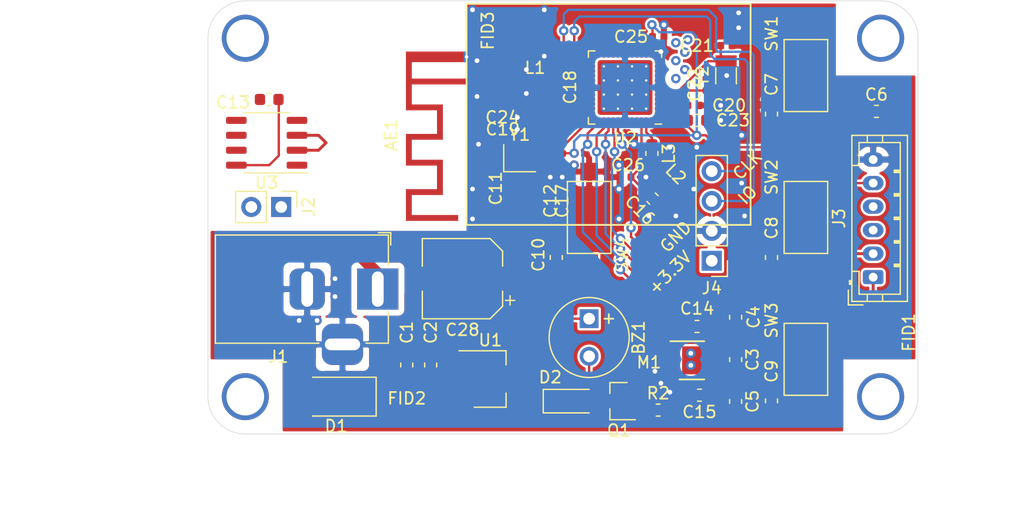
<source format=kicad_pcb>
(kicad_pcb (version 20171130) (host pcbnew "(5.1.5)-3")
  (layers (0 F.Cu signal) (31 B.Cu signal) (34 B.Paste user) (35 F.Paste user) (36 B.SilkS user) (37 F.SilkS user hide) (38 B.Mask user) (39 F.Mask user) (44 Edge.Cuts user))
  (net 0 "")
  (net 1 "Net-(BZ1-Pad2)")
  (net 2 "Net-(J2-Pad2)")
  (net 3 "Net-(J2-Pad1)")
  (net 4 "Net-(U2-Pad44)")
  (net 5 "Net-(U2-Pad43)")
  (net 6 "Net-(U2-Pad42)")
  (net 7 "Net-(U2-Pad29)")
  (net 8 "Net-(U2-Pad28)")
  (net 9 "Net-(U2-Pad27)")
  (net 10 "Net-(U2-Pad20)")
  (net 11 "Net-(U2-Pad19)")
  (net 12 "Net-(U2-Pad18)")
  (net 13 "Net-(U2-Pad17)")
  (net 14 "Net-(U2-Pad16)")
  (net 15 "Net-(U2-Pad15)")
  (net 16 "Net-(U2-Pad14)")
  (net 17 "Net-(U2-Pad6)")
  (net 18 "Net-(U2-Pad5)")
  (net 19 "Net-(U2-Pad4)")
  (net 20 GND)
  (net 21 VCC)
  (net 22 +3V3)
  (net 23 "Net-(D1-Pad2)")
  (net 24 MOTOR_2)
  (net 25 MOTOR_1)
  (net 26 BTN1)
  (net 27 BTN2)
  (net 28 BTN3)
  (net 29 BTN4)
  (net 30 "Net-(C11-Pad1)")
  (net 31 "Net-(C12-Pad1)")
  (net 32 ENC_A)
  (net 33 ENC_B)
  (net 34 "Net-(J4-Pad4)")
  (net 35 "Net-(J4-Pad3)")
  (net 36 MOTOR_ENB)
  (net 37 MOTOR_FAL)
  (net 38 MOTOR_DIR)
  (net 39 MOTOR_PWM)
  (net 40 "Net-(Q1-Pad1)")
  (net 41 BUZZER)
  (net 42 UART_RX)
  (net 43 UART_DE)
  (net 44 UART_TX)
  (net 45 "Net-(C16-Pad1)")
  (net 46 "Net-(C18-Pad1)")
  (net 47 "Net-(C19-Pad1)")
  (net 48 "Net-(C20-Pad1)")
  (net 49 "Net-(C21-Pad1)")
  (net 50 "Net-(C22-Pad1)")
  (net 51 "Net-(L2-Pad1)")
  (net 52 "Net-(L3-Pad1)")
  (net 53 "Net-(C24-Pad1)")
  (net 54 "Net-(AE1-Pad1)")
  (net 55 "Net-(U2-Pad24)")
  (module Crystal:Crystal_SMD_3215-2Pin_3.2x1.5mm (layer F.Cu) (at 152.6032 88.9308 90)
    (fp_text reference Y2 (at 0 -2 90) (layer F.SilkS))
    (fp_text value 32768Hz)
    (pad 2 smd rect (at -1.25 0 90) (size 1 1.8) (layers F.Cu F.Paste F.Mask) (net 50 "Net-(C22-Pad1)"))
    (pad 1 smd rect (at 1.25 0 90) (size 1 1.8) (layers F.Cu F.Paste F.Mask) (net 49 "Net-(C21-Pad1)"))
  )
  (module Crystal:Crystal_SMD_2016-4Pin_2.0x1.6mm (layer F.Cu) (at 135.063 95.927)
    (fp_text reference Y1 (at 0 -2) (layer F.SilkS))
    (fp_text value Crystal_GND24_Small)
    (pad 4 smd rect (at -0.7 -0.55) (size 0.9 0.8) (layers F.Cu F.Paste F.Mask) (net 20 GND))
    (pad 3 smd rect (at 0.7 -0.55) (size 0.9 0.8) (layers F.Cu F.Paste F.Mask) (net 31 "Net-(C12-Pad1)"))
    (pad 2 smd rect (at 0.7 0.55) (size 0.9 0.8) (layers F.Cu F.Paste F.Mask) (net 20 GND))
    (pad 1 smd rect (at -0.7 0.55) (size 0.9 0.8) (layers F.Cu F.Paste F.Mask) (net 30 "Net-(C11-Pad1)"))
  )
  (module Package_DFN_QFN:QFN-48-1EP_6x6mm_P0.4mm_EP4.66x4.66mm_ThermalVias (layer F.Cu) (at 144.018 89.916 180)
    (fp_text reference U2 (at 0 -4.3) (layer F.SilkS))
    (fp_text value nRF52810-QFxx)
    (pad 49 smd roundrect (at 0 0 180) (size 4.66 4.66) (layers F.Cu F.Mask) (roundrect_rratio 0.053648) (net 20 GND))
    (pad 49 thru_hole circle (at -1.8 -1.8 180) (size 0.5 0.5) (drill 0.2) (layers *.Cu) (net 20 GND))
    (pad 49 thru_hole circle (at -0.6 -1.8 180) (size 0.5 0.5) (drill 0.2) (layers *.Cu) (net 20 GND))
    (pad 49 thru_hole circle (at 0.6 -1.8 180) (size 0.5 0.5) (drill 0.2) (layers *.Cu) (net 20 GND))
    (pad 49 thru_hole circle (at 1.8 -1.8 180) (size 0.5 0.5) (drill 0.2) (layers *.Cu) (net 20 GND))
    (pad 49 thru_hole circle (at -1.8 -0.6 180) (size 0.5 0.5) (drill 0.2) (layers *.Cu) (net 20 GND))
    (pad 49 thru_hole circle (at -0.6 -0.6 180) (size 0.5 0.5) (drill 0.2) (layers *.Cu) (net 20 GND))
    (pad 49 thru_hole circle (at 0.6 -0.6 180) (size 0.5 0.5) (drill 0.2) (layers *.Cu) (net 20 GND))
    (pad 49 thru_hole circle (at 1.8 -0.6 180) (size 0.5 0.5) (drill 0.2) (layers *.Cu) (net 20 GND))
    (pad 49 thru_hole circle (at -1.8 0.6 180) (size 0.5 0.5) (drill 0.2) (layers *.Cu) (net 20 GND))
    (pad 49 thru_hole circle (at -0.6 0.6 180) (size 0.5 0.5) (drill 0.2) (layers *.Cu) (net 20 GND))
    (pad 49 thru_hole circle (at 0.6 0.6 180) (size 0.5 0.5) (drill 0.2) (layers *.Cu) (net 20 GND))
    (pad 49 thru_hole circle (at 1.8 0.6 180) (size 0.5 0.5) (drill 0.2) (layers *.Cu) (net 20 GND))
    (pad 49 thru_hole circle (at -1.8 1.8 180) (size 0.5 0.5) (drill 0.2) (layers *.Cu) (net 20 GND))
    (pad 49 thru_hole circle (at -0.6 1.8 180) (size 0.5 0.5) (drill 0.2) (layers *.Cu) (net 20 GND))
    (pad 49 thru_hole circle (at 0.6 1.8 180) (size 0.5 0.5) (drill 0.2) (layers *.Cu) (net 20 GND))
    (pad 49 thru_hole circle (at 1.8 1.8 180) (size 0.5 0.5) (drill 0.2) (layers *.Cu) (net 20 GND))
    (pad 49 smd roundrect (at 0 0 180) (size 4.1 4.1) (layers B.Cu) (roundrect_rratio 0.060976) (net 20 GND))
    (pad 1 smd roundrect (at -2.94 -2.2 180) (size 0.82 0.2) (layers F.Cu F.Paste F.Mask) (net 48 "Net-(C20-Pad1)"))
    (pad 2 smd roundrect (at -2.94 -1.8 180) (size 0.82 0.2) (layers F.Cu F.Paste F.Mask) (net 50 "Net-(C22-Pad1)"))
    (pad 3 smd roundrect (at -2.94 -1.4 180) (size 0.82 0.2) (layers F.Cu F.Paste F.Mask) (net 49 "Net-(C21-Pad1)"))
    (pad 4 smd roundrect (at -2.94 -1 180) (size 0.82 0.2) (layers F.Cu F.Paste F.Mask) (net 19 "Net-(U2-Pad4)"))
    (pad 5 smd roundrect (at -2.94 -0.6 180) (size 0.82 0.2) (layers F.Cu F.Paste F.Mask) (net 18 "Net-(U2-Pad5)"))
    (pad 6 smd roundrect (at -2.94 -0.2 180) (size 0.82 0.2) (layers F.Cu F.Paste F.Mask) (net 17 "Net-(U2-Pad6)"))
    (pad 7 smd roundrect (at -2.94 0.2 180) (size 0.82 0.2) (layers F.Cu F.Paste F.Mask) (net 29 BTN4))
    (pad 8 smd roundrect (at -2.94 0.6 180) (size 0.82 0.2) (layers F.Cu F.Paste F.Mask) (net 28 BTN3))
    (pad 9 smd roundrect (at -2.94 1 180) (size 0.82 0.2) (layers F.Cu F.Paste F.Mask) (net 27 BTN2))
    (pad 10 smd roundrect (at -2.94 1.4 180) (size 0.82 0.2) (layers F.Cu F.Paste F.Mask) (net 26 BTN1))
    (pad 11 smd roundrect (at -2.94 1.8 180) (size 0.82 0.2) (layers F.Cu F.Paste F.Mask) (net 33 ENC_B))
    (pad 12 smd roundrect (at -2.94 2.2 180) (size 0.82 0.2) (layers F.Cu F.Paste F.Mask) (net 32 ENC_A))
    (pad 13 smd roundrect (at -2.2 2.94 180) (size 0.2 0.82) (layers F.Cu F.Paste F.Mask) (net 22 +3V3))
    (pad 14 smd roundrect (at -1.8 2.94 180) (size 0.2 0.82) (layers F.Cu F.Paste F.Mask) (net 16 "Net-(U2-Pad14)"))
    (pad 15 smd roundrect (at -1.4 2.94 180) (size 0.2 0.82) (layers F.Cu F.Paste F.Mask) (net 15 "Net-(U2-Pad15)"))
    (pad 16 smd roundrect (at -1 2.94 180) (size 0.2 0.82) (layers F.Cu F.Paste F.Mask) (net 14 "Net-(U2-Pad16)"))
    (pad 17 smd roundrect (at -0.6 2.94 180) (size 0.2 0.82) (layers F.Cu F.Paste F.Mask) (net 13 "Net-(U2-Pad17)"))
    (pad 18 smd roundrect (at -0.2 2.94 180) (size 0.2 0.82) (layers F.Cu F.Paste F.Mask) (net 12 "Net-(U2-Pad18)"))
    (pad 19 smd roundrect (at 0.2 2.94 180) (size 0.2 0.82) (layers F.Cu F.Paste F.Mask) (net 11 "Net-(U2-Pad19)"))
    (pad 20 smd roundrect (at 0.6 2.94 180) (size 0.2 0.82) (layers F.Cu F.Paste F.Mask) (net 10 "Net-(U2-Pad20)"))
    (pad 21 smd roundrect (at 1 2.94 180) (size 0.2 0.82) (layers F.Cu F.Paste F.Mask) (net 42 UART_RX))
    (pad 22 smd roundrect (at 1.4 2.94 180) (size 0.2 0.82) (layers F.Cu F.Paste F.Mask) (net 43 UART_DE))
    (pad 23 smd roundrect (at 1.8 2.94 180) (size 0.2 0.82) (layers F.Cu F.Paste F.Mask) (net 44 UART_TX))
    (pad 24 smd roundrect (at 2.2 2.94 180) (size 0.2 0.82) (layers F.Cu F.Paste F.Mask) (net 55 "Net-(U2-Pad24)"))
    (pad 25 smd roundrect (at 2.94 2.2 180) (size 0.82 0.2) (layers F.Cu F.Paste F.Mask) (net 34 "Net-(J4-Pad4)"))
    (pad 26 smd roundrect (at 2.94 1.8 180) (size 0.82 0.2) (layers F.Cu F.Paste F.Mask) (net 35 "Net-(J4-Pad3)"))
    (pad 27 smd roundrect (at 2.94 1.4 180) (size 0.82 0.2) (layers F.Cu F.Paste F.Mask) (net 9 "Net-(U2-Pad27)"))
    (pad 28 smd roundrect (at 2.94 1 180) (size 0.82 0.2) (layers F.Cu F.Paste F.Mask) (net 8 "Net-(U2-Pad28)"))
    (pad 29 smd roundrect (at 2.94 0.6 180) (size 0.82 0.2) (layers F.Cu F.Paste F.Mask) (net 7 "Net-(U2-Pad29)"))
    (pad 30 smd roundrect (at 2.94 0.2 180) (size 0.82 0.2) (layers F.Cu F.Paste F.Mask) (net 46 "Net-(C18-Pad1)"))
    (pad 31 smd roundrect (at 2.94 -0.2 180) (size 0.82 0.2) (layers F.Cu F.Paste F.Mask) (net 20 GND))
    (pad 32 smd roundrect (at 2.94 -0.6 180) (size 0.82 0.2) (layers F.Cu F.Paste F.Mask) (net 53 "Net-(C24-Pad1)"))
    (pad 33 smd roundrect (at 2.94 -1 180) (size 0.82 0.2) (layers F.Cu F.Paste F.Mask) (net 47 "Net-(C19-Pad1)"))
    (pad 34 smd roundrect (at 2.94 -1.4 180) (size 0.82 0.2) (layers F.Cu F.Paste F.Mask) (net 30 "Net-(C11-Pad1)"))
    (pad 35 smd roundrect (at 2.94 -1.8 180) (size 0.82 0.2) (layers F.Cu F.Paste F.Mask) (net 31 "Net-(C12-Pad1)"))
    (pad 36 smd roundrect (at 2.94 -2.2 180) (size 0.82 0.2) (layers F.Cu F.Paste F.Mask) (net 22 +3V3))
    (pad 37 smd roundrect (at 2.2 -2.94 180) (size 0.2 0.82) (layers F.Cu F.Paste F.Mask) (net 41 BUZZER))
    (pad 38 smd roundrect (at 1.8 -2.94 180) (size 0.2 0.82) (layers F.Cu F.Paste F.Mask) (net 36 MOTOR_ENB))
    (pad 39 smd roundrect (at 1.4 -2.94 180) (size 0.2 0.82) (layers F.Cu F.Paste F.Mask) (net 37 MOTOR_FAL))
    (pad 40 smd roundrect (at 1 -2.94 180) (size 0.2 0.82) (layers F.Cu F.Paste F.Mask) (net 38 MOTOR_DIR))
    (pad 41 smd roundrect (at 0.6 -2.94 180) (size 0.2 0.82) (layers F.Cu F.Paste F.Mask) (net 39 MOTOR_PWM))
    (pad 42 smd roundrect (at 0.2 -2.94 180) (size 0.2 0.82) (layers F.Cu F.Paste F.Mask) (net 6 "Net-(U2-Pad42)"))
    (pad 43 smd roundrect (at -0.2 -2.94 180) (size 0.2 0.82) (layers F.Cu F.Paste F.Mask) (net 5 "Net-(U2-Pad43)"))
    (pad 44 smd roundrect (at -0.6 -2.94 180) (size 0.2 0.82) (layers F.Cu F.Paste F.Mask) (net 4 "Net-(U2-Pad44)"))
    (pad 45 smd roundrect (at -1 -2.94 180) (size 0.2 0.82) (layers F.Cu F.Paste F.Mask) (net 20 GND))
    (pad 46 smd roundrect (at -1.4 -2.94 180) (size 0.2 0.82) (layers F.Cu F.Paste F.Mask) (net 45 "Net-(C16-Pad1)"))
    (pad 47 smd roundrect (at -1.8 -2.94 180) (size 0.2 0.82) (layers F.Cu F.Paste F.Mask) (net 52 "Net-(L3-Pad1)"))
    (pad 48 smd roundrect (at -2.2 -2.94 180) (size 0.2 0.82) (layers F.Cu F.Paste F.Mask) (net 22 +3V3))
  )
  (module Buzzer_Beeper:MagneticBuzzer_Kingstate_KCG0601 (layer F.Cu) (at 140.97 109.576 270)
    (fp_text reference BZ1 (at 1.6 -4.2 90) (layer F.SilkS))
    (fp_text value Buzzer)
    (fp_text user + (at 0 -1.6 90) (layer F.SilkS))
    (pad 2 thru_hole circle (at 3.2 0 270) (size 1.6 1.6) (drill 1) (layers *.Cu *.Mask) (net 1 "Net-(BZ1-Pad2)"))
    (pad 1 thru_hole rect (at 0 0 270) (size 1.6 1.6) (drill 1) (layers *.Cu *.Mask) (net 22 +3V3))
  )
  (module Resistor_SMD:R_0402_1005Metric (layer F.Cu) (at 136.375 89.408)
    (fp_text reference L1 (at 0 -1.17) (layer F.SilkS))
    (fp_text value 3.9nH)
    (pad 2 smd roundrect (at 0.485 0) (size 0.59 0.64) (layers F.Cu F.Paste F.Mask) (net 46 "Net-(C18-Pad1)"))
    (pad 1 smd roundrect (at -0.485 0) (size 0.59 0.64) (layers F.Cu F.Paste F.Mask) (net 54 "Net-(AE1-Pad1)"))
  )
  (module Capacitor_SMD:C_0402_1005Metric (layer F.Cu) (at 138.176 89.893 270)
    (fp_text reference C18 (at 0 -1.17 90) (layer F.SilkS))
    (fp_text value 0.8pF)
    (pad 2 smd roundrect (at 0.485 0 270) (size 0.59 0.64) (layers F.Cu F.Paste F.Mask) (net 20 GND))
    (pad 1 smd roundrect (at -0.485 0 270) (size 0.59 0.64) (layers F.Cu F.Paste F.Mask) (net 46 "Net-(C18-Pad1)"))
  )
  (module RF_Antenna:Texas_SWRA117D_2.4GHz_Left (layer F.Cu) (at 130.556 89.408 90)
    (fp_text reference AE1 (at -4.55 -6.41 90) (layer F.SilkS))
    (fp_text value Antenna_Shield)
    (fp_poly (pts (xy -2.45 -2.51) (xy -4.45 -2.51) (xy -4.45 -5.15) (xy -7.15 -5.15) (xy -7.15 -2.51) (xy -9.15 -2.51) (xy -9.15 -5.15) (xy -11.85 -5.15) (xy -11.85 -0.71) (xy -11.35 -0.71) (xy -11.35 -4.65) (xy -9.65 -4.65) (xy -9.65 -2.01) (xy -6.65 -2.01) (xy -6.65 -4.65) (xy -4.95 -4.65) (xy -4.95 -2.01) (xy -1.95 -2.01) (xy -1.95 -4.65) (xy -0.25 -4.65) (xy -0.25 0.25) (xy 0.25 0.25) (xy 0.25 -4.65) (xy 1.65 -4.65) (xy 1.65 0.25) (xy 2.55 0.25) (xy 2.55 0.006785) (xy 2.247583 0.006785) (xy 2.237742 0.054395) (xy 2.213674 0.096797) (xy 2.175731 0.129581) (xy 2.167819 0.133935) (xy 2.125156 0.146043) (xy 2.076637 0.1453) (xy 2.031122 0.1324) (xy 2.012511 0.121787) (xy 1.978868 0.086553) (xy 1.958309 0.041368) (xy 1.951778 -0.008158) (xy 1.960218 -0.056417) (xy 1.977112 -0.088643) (xy 2.012372 -0.121313) (xy 2.057682 -0.141408) (xy 2.107267 -0.147982) (xy 2.155353 -0.140092) (xy 2.188245 -0.123186) (xy 2.223185 -0.086416) (xy 2.242847 -0.041622) (xy 2.247583 0.006785) (xy 2.55 0.006785) (xy 2.55 -5.15) (xy -2.45 -5.15) (xy -2.45 -2.51)) (layer F.Cu) (width 0))
    (pad 1 connect rect (at 0 0 90) (size 0.5 0.5) (layers F.Cu) (net 54 "Net-(AE1-Pad1)"))
    (pad 2 thru_hole rect (at 2.1 0 90) (size 0.9 0.5) (drill 0.3) (layers *.Cu) (net 20 GND))
  )
  (module Capacitor_SMD:CP_Elec_6.3x7.7 (layer F.Cu) (at 130.208 106.172 180)
    (fp_text reference C28 (at 0 -4.35) (layer F.SilkS))
    (fp_text value 220uF)
    (pad 2 smd roundrect (at 2.7 0 180) (size 3.5 1.6) (layers F.Cu F.Paste F.Mask) (roundrect_rratio 0.15625) (net 20 GND))
    (pad 1 smd roundrect (at -2.7 0 180) (size 3.5 1.6) (layers F.Cu F.Paste F.Mask) (roundrect_rratio 0.15625) (net 22 +3V3))
  )
  (module Package_SO:SO-8_3.9x4.9mm_P1.27mm (layer F.Cu) (at 113.573 94.615 180)
    (fp_text reference U3 (at 0 -3.4) (layer F.SilkS))
    (fp_text value SN65HVD10QDREP)
    (pad 8 smd roundrect (at 2.575 -1.905 180) (size 1.75 0.6) (layers F.Cu F.Paste F.Mask) (net 22 +3V3))
    (pad 7 smd roundrect (at 2.575 -0.635 180) (size 1.75 0.6) (layers F.Cu F.Paste F.Mask) (net 2 "Net-(J2-Pad2)"))
    (pad 6 smd roundrect (at 2.575 0.635 180) (size 1.75 0.6) (layers F.Cu F.Paste F.Mask) (net 3 "Net-(J2-Pad1)"))
    (pad 5 smd roundrect (at 2.575 1.905 180) (size 1.75 0.6) (layers F.Cu F.Paste F.Mask) (net 20 GND))
    (pad 4 smd roundrect (at -2.575 1.905 180) (size 1.75 0.6) (layers F.Cu F.Paste F.Mask) (net 42 UART_RX))
    (pad 3 smd roundrect (at -2.575 0.635 180) (size 1.75 0.6) (layers F.Cu F.Paste F.Mask) (net 43 UART_DE))
    (pad 2 smd roundrect (at -2.575 -0.635 180) (size 1.75 0.6) (layers F.Cu F.Paste F.Mask) (net 43 UART_DE))
    (pad 1 smd roundrect (at -2.575 -1.905 180) (size 1.75 0.6) (layers F.Cu F.Paste F.Mask) (net 44 UART_TX))
  )
  (module Connector_PinHeader_2.54mm:PinHeader_1x04_P2.54mm_Vertical (layer F.Cu) (at 151.384 104.648 180)
    (fp_text reference J4 (at 0 -2.33) (layer F.SilkS))
    (fp_text value PRG)
    (pad 4 thru_hole oval (at 0 7.62 180) (size 1.7 1.7) (drill 1) (layers *.Cu *.Mask) (net 34 "Net-(J4-Pad4)"))
    (pad 3 thru_hole oval (at 0 5.08 180) (size 1.7 1.7) (drill 1) (layers *.Cu *.Mask) (net 35 "Net-(J4-Pad3)"))
    (pad 2 thru_hole oval (at 0 2.54 180) (size 1.7 1.7) (drill 1) (layers *.Cu *.Mask) (net 20 GND))
    (pad 1 thru_hole rect (at 0 0 180) (size 1.7 1.7) (drill 1) (layers *.Cu *.Mask) (net 22 +3V3))
  )
  (module Capacitor_SMD:C_0402_1005Metric (layer F.Cu) (at 144.041 97.536 180)
    (fp_text reference C26 (at -0.231 1.016) (layer F.SilkS))
    (fp_text value 1pF)
    (pad 1 smd roundrect (at -0.485 0 180) (size 0.59 0.64) (layers F.Cu F.Paste F.Mask) (net 45 "Net-(C16-Pad1)"))
    (pad 2 smd roundrect (at 0.485 0 180) (size 0.59 0.64) (layers F.Cu F.Paste F.Mask) (net 20 GND))
  )
  (module Capacitor_SMD:C_0603_1608Metric (layer F.Cu) (at 150.1395 92.71)
    (fp_text reference C23 (at 3.048 0) (layer F.SilkS))
    (fp_text value 100nF)
    (pad 1 smd roundrect (at -0.7875 0) (size 0.875 0.95) (layers F.Cu F.Paste F.Mask) (net 22 +3V3))
    (pad 2 smd roundrect (at 0.7875 0) (size 0.875 0.95) (layers F.Cu F.Paste F.Mask) (net 20 GND))
  )
  (module Capacitor_SMD:C_0402_1005Metric (layer F.Cu) (at 149.837 91.44)
    (fp_text reference C20 (at 3.025 0) (layer F.SilkS))
    (fp_text value 100nF)
    (pad 1 smd roundrect (at -0.485 0) (size 0.59 0.64) (layers F.Cu F.Paste F.Mask) (net 48 "Net-(C20-Pad1)"))
    (pad 2 smd roundrect (at 0.485 0) (size 0.59 0.64) (layers F.Cu F.Paste F.Mask) (net 20 GND))
  )
  (module Capacitor_SMD:C_0402_1005Metric (layer F.Cu) (at 150.9268 89.6898 90)
    (fp_text reference C22 (at 0 -1.016 90) (layer F.SilkS))
    (fp_text value 12pF)
    (pad 1 smd roundrect (at -0.485 0 90) (size 0.59 0.64) (layers F.Cu F.Paste F.Mask) (net 50 "Net-(C22-Pad1)"))
    (pad 2 smd roundrect (at 0.485 0 90) (size 0.59 0.64) (layers F.Cu F.Paste F.Mask) (net 20 GND))
  )
  (module Capacitor_SMD:C_0402_1005Metric (layer F.Cu) (at 152.631 86.36)
    (fp_text reference C21 (at -2.517 0) (layer F.SilkS))
    (fp_text value 12pF)
    (pad 1 smd roundrect (at -0.485 0) (size 0.59 0.64) (layers F.Cu F.Paste F.Mask) (net 49 "Net-(C21-Pad1)"))
    (pad 2 smd roundrect (at 0.485 0) (size 0.59 0.64) (layers F.Cu F.Paste F.Mask) (net 20 GND))
  )
  (module Capacitor_SMD:C_0402_1005Metric (layer F.Cu) (at 146.835 85.598)
    (fp_text reference C25 (at -2.309 0) (layer F.SilkS))
    (fp_text value 100nF)
    (pad 1 smd roundrect (at -0.485 0) (size 0.59 0.64) (layers F.Cu F.Paste F.Mask) (net 22 +3V3))
    (pad 2 smd roundrect (at 0.485 0) (size 0.59 0.64) (layers F.Cu F.Paste F.Mask) (net 20 GND))
  )
  (module Capacitor_SMD:C_0402_1005Metric (layer F.Cu) (at 136.421 92.456 180)
    (fp_text reference C24 (at 2.817 0) (layer F.SilkS))
    (fp_text value 100nF)
    (pad 1 smd roundrect (at -0.485 0 180) (size 0.59 0.64) (layers F.Cu F.Paste F.Mask) (net 53 "Net-(C24-Pad1)"))
    (pad 2 smd roundrect (at 0.485 0 180) (size 0.59 0.64) (layers F.Cu F.Paste F.Mask) (net 20 GND))
  )
  (module Capacitor_SMD:C_0402_1005Metric (layer F.Cu) (at 136.421 93.472 180)
    (fp_text reference C19 (at 2.794 0) (layer F.SilkS))
    (fp_text value 100pF)
    (pad 1 smd roundrect (at -0.485 0 180) (size 0.59 0.64) (layers F.Cu F.Paste F.Mask) (net 47 "Net-(C19-Pad1)"))
    (pad 2 smd roundrect (at 0.485 0 180) (size 0.59 0.64) (layers F.Cu F.Paste F.Mask) (net 20 GND))
  )
  (module Capacitor_SMD:C_0402_1005Metric (layer F.Cu) (at 138.684 96.012 270)
    (fp_text reference C17 (at 3.556 0 90) (layer F.SilkS))
    (fp_text value 100nF)
    (pad 1 smd roundrect (at -0.485 0 270) (size 0.59 0.64) (layers F.Cu F.Paste F.Mask) (net 22 +3V3))
    (pad 2 smd roundrect (at 0.485 0 270) (size 0.59 0.64) (layers F.Cu F.Paste F.Mask) (net 20 GND))
  )
  (module Capacitor_SMD:C_0402_1005Metric (layer F.Cu) (at 137.668 96.012 270)
    (fp_text reference C12 (at 3.556 0 90) (layer F.SilkS))
    (fp_text value 12pF)
    (pad 1 smd roundrect (at -0.485 0 270) (size 0.59 0.64) (layers F.Cu F.Paste F.Mask) (net 31 "Net-(C12-Pad1)"))
    (pad 2 smd roundrect (at 0.485 0 270) (size 0.59 0.64) (layers F.Cu F.Paste F.Mask) (net 20 GND))
  )
  (module Capacitor_SMD:C_0402_1005Metric (layer F.Cu) (at 133.0325 95.9255 90)
    (fp_text reference C11 (at -2.563 0 90) (layer F.SilkS))
    (fp_text value 12pF)
    (pad 1 smd roundrect (at -0.485 0 90) (size 0.59 0.64) (layers F.Cu F.Paste F.Mask) (net 30 "Net-(C11-Pad1)"))
    (pad 2 smd roundrect (at 0.485 0 90) (size 0.59 0.64) (layers F.Cu F.Paste F.Mask) (net 20 GND))
  )
  (module Capacitor_SMD:C_0402_1005Metric (layer F.Cu) (at 147.485053 98.120106 315)
    (fp_text reference L2 (at 0.00908 -1.194341 135) (layer F.SilkS))
    (fp_text value 2.2nH)
    (pad 1 smd roundrect (at -0.485 0 315) (size 0.59 0.64) (layers F.Cu F.Paste F.Mask) (net 51 "Net-(L2-Pad1)"))
    (pad 2 smd roundrect (at 0.485 0 315) (size 0.59 0.64) (layers F.Cu F.Paste F.Mask) (net 45 "Net-(C16-Pad1)"))
  )
  (module Fiducial:Fiducial_0.5mm_Mask1mm (layer F.Cu) (at 133.858 85.09 90)
    (fp_text reference FID3 (at 0 -1.5 90) (layer F.SilkS))
    (fp_text value Fiducial)
    (pad "" smd circle (at 0 0 90) (size 0.5 0.5) (layers F.Cu F.Mask) (clearance 0.25))
  )
  (module Fiducial:Fiducial_0.5mm_Mask1mm (layer F.Cu) (at 125.476 117.856)
    (fp_text reference FID2 (at 0 -1.5) (layer F.SilkS))
    (fp_text value Fiducial)
    (pad "" smd circle (at 0 0) (size 0.5 0.5) (layers F.Cu F.Mask) (clearance 0.25))
  )
  (module Fiducial:Fiducial_0.5mm_Mask1mm (layer F.Cu) (at 166.624 110.744 270)
    (fp_text reference FID1 (at 0 -1.5 90) (layer F.SilkS))
    (fp_text value Fiducial)
    (pad "" smd circle (at 0 0 270) (size 0.5 0.5) (layers F.Cu F.Mask) (clearance 0.25))
  )
  (module Connector_BarrelJack:BarrelJack_Horizontal (layer F.Cu) (at 123.015 107.06)
    (fp_text reference J1 (at -8.45 5.75) (layer F.SilkS))
    (fp_text value POWER)
    (pad 3 thru_hole roundrect (at -3 4.7) (size 3.5 3.5) (drill oval 3 1) (layers *.Cu *.Mask) (net 20 GND))
    (pad 2 thru_hole roundrect (at -6 0) (size 3 3.5) (drill oval 1 3) (layers *.Cu *.Mask) (net 20 GND))
    (pad 1 thru_hole rect (at 0 0) (size 3.5 3.5) (drill oval 1 3) (layers *.Cu *.Mask) (net 23 "Net-(D1-Pad2)"))
  )
  (module Resistor_SMD:R_0603_1608Metric (layer F.Cu) (at 146.8375 117.348)
    (fp_text reference R2 (at 0 -1.43) (layer F.SilkS))
    (fp_text value 4.7K)
    (pad 2 smd roundrect (at 0.7875 0) (size 0.875 0.95) (layers F.Cu F.Paste F.Mask) (net 41 BUZZER))
    (pad 1 smd roundrect (at -0.7875 0) (size 0.875 0.95) (layers F.Cu F.Paste F.Mask) (net 40 "Net-(Q1-Pad1)"))
  )
  (module Package_TO_SOT_SMD:SOT-23 (layer F.Cu) (at 143.494 116.586 180)
    (fp_text reference Q1 (at 0 -2.5) (layer F.SilkS))
    (fp_text value BC847)
    (pad 3 smd rect (at 1 0 180) (size 0.9 0.8) (layers F.Cu F.Paste F.Mask) (net 1 "Net-(BZ1-Pad2)"))
    (pad 2 smd rect (at -1 0.95 180) (size 0.9 0.8) (layers F.Cu F.Paste F.Mask) (net 20 GND))
    (pad 1 smd rect (at -1 -0.95 180) (size 0.9 0.8) (layers F.Cu F.Paste F.Mask) (net 40 "Net-(Q1-Pad1)"))
  )
  (module Capacitor_SMD:C_0603_1608Metric (layer F.Cu) (at 146.304 95.5295 270)
    (fp_text reference L3 (at 0 -1.43 90) (layer F.SilkS))
    (fp_text value 10uH)
    (pad 1 smd roundrect (at -0.7875 0 270) (size 0.875 0.95) (layers F.Cu F.Paste F.Mask) (net 52 "Net-(L3-Pad1)"))
    (pad 2 smd roundrect (at 0.7875 0 270) (size 0.875 0.95) (layers F.Cu F.Paste F.Mask) (net 51 "Net-(L2-Pad1)"))
  )
  (module Capacitor_SMD:C_0603_1608Metric (layer F.Cu) (at 146.352847 99.362847 315)
    (fp_text reference C16 (at -0.06908 1.436841 135) (layer F.SilkS))
    (fp_text value 1uF)
    (pad 1 smd roundrect (at -0.7875 0 315) (size 0.875 0.95) (layers F.Cu F.Paste F.Mask) (net 45 "Net-(C16-Pad1)"))
    (pad 2 smd roundrect (at 0.7875 0 315) (size 0.875 0.95) (layers F.Cu F.Paste F.Mask) (net 20 GND))
  )
  (module Capacitor_SMD:C_0603_1608Metric (layer F.Cu) (at 150.3425 116.078 180)
    (fp_text reference C15 (at 0 -1.43) (layer F.SilkS))
    (fp_text value 100nF)
    (pad 2 smd roundrect (at 0.7875 0 180) (size 0.875 0.95) (layers F.Cu F.Paste F.Mask) (net 20 GND))
    (pad 1 smd roundrect (at -0.7875 0 180) (size 0.875 0.95) (layers F.Cu F.Paste F.Mask) (net 22 +3V3))
  )
  (module Capacitor_SMD:C_0603_1608Metric (layer F.Cu) (at 150.1395 110.236 180)
    (fp_text reference C14 (at 0 1.524) (layer F.SilkS))
    (fp_text value 100nF)
    (pad 2 smd roundrect (at 0.7875 0 180) (size 0.875 0.95) (layers F.Cu F.Paste F.Mask) (net 20 GND))
    (pad 1 smd roundrect (at -0.7875 0 180) (size 0.875 0.95) (layers F.Cu F.Paste F.Mask) (net 21 VCC))
  )
  (module Capacitor_SMD:C_0603_1608Metric (layer F.Cu) (at 113.792 90.932 180)
    (fp_text reference C13 (at 3.0735 -0.254) (layer F.SilkS))
    (fp_text value 100nF)
    (pad 2 smd roundrect (at 0.7875 0 180) (size 0.875 0.95) (layers F.Cu F.Paste F.Mask) (net 20 GND))
    (pad 1 smd roundrect (at -0.7875 0 180) (size 0.875 0.95) (layers F.Cu F.Paste F.Mask) (net 22 +3V3))
  )
  (module Capacitor_SMD:C_0603_1608Metric (layer F.Cu) (at 138.176 104.3685 90)
    (fp_text reference C10 (at 0.2285 -1.524 90) (layer F.SilkS))
    (fp_text value 22nF)
    (pad 2 smd roundrect (at 0.7875 0 90) (size 0.875 0.95) (layers F.Cu F.Paste F.Mask) (net 20 GND))
    (pad 1 smd roundrect (at -0.7875 0 90) (size 0.875 0.95) (layers F.Cu F.Paste F.Mask) (net 29 BTN4))
  )
  (module Capacitor_SMD:C_0603_1608Metric (layer F.Cu) (at 156.464 116.5605 90)
    (fp_text reference C9 (at 2.5145 0 90) (layer F.SilkS))
    (fp_text value 22nF)
    (pad 2 smd roundrect (at 0.7875 0 90) (size 0.875 0.95) (layers F.Cu F.Paste F.Mask) (net 20 GND))
    (pad 1 smd roundrect (at -0.7875 0 90) (size 0.875 0.95) (layers F.Cu F.Paste F.Mask) (net 28 BTN3))
  )
  (module Capacitor_SMD:C_0603_1608Metric (layer F.Cu) (at 156.464 104.3685 90)
    (fp_text reference C8 (at 2.5145 0 90) (layer F.SilkS))
    (fp_text value 22nF)
    (pad 2 smd roundrect (at 0.7875 0 90) (size 0.875 0.95) (layers F.Cu F.Paste F.Mask) (net 20 GND))
    (pad 1 smd roundrect (at -0.7875 0 90) (size 0.875 0.95) (layers F.Cu F.Paste F.Mask) (net 27 BTN2))
  )
  (module Capacitor_SMD:C_0603_1608Metric (layer F.Cu) (at 156.464 92.1765 90)
    (fp_text reference C7 (at 2.5145 0 90) (layer F.SilkS))
    (fp_text value 22nF)
    (pad 2 smd roundrect (at 0.7875 0 90) (size 0.875 0.95) (layers F.Cu F.Paste F.Mask) (net 20 GND))
    (pad 1 smd roundrect (at -0.7875 0 90) (size 0.875 0.95) (layers F.Cu F.Paste F.Mask) (net 26 BTN1))
  )
  (module Capacitor_SMD:C_0603_1608Metric (layer F.Cu) (at 165.3795 91.948)
    (fp_text reference C6 (at 0 -1.43) (layer F.SilkS))
    (fp_text value 100nF)
    (pad 2 smd roundrect (at 0.7875 0) (size 0.875 0.95) (layers F.Cu F.Paste F.Mask) (net 20 GND))
    (pad 1 smd roundrect (at -0.7875 0) (size 0.875 0.95) (layers F.Cu F.Paste F.Mask) (net 22 +3V3))
  )
  (module Capacitor_SMD:C_0603_1608Metric (layer F.Cu) (at 153.416 116.6115 270)
    (fp_text reference C5 (at 0 -1.43 90) (layer F.SilkS))
    (fp_text value 100nF)
    (pad 2 smd roundrect (at 0.7875 0 270) (size 0.875 0.95) (layers F.Cu F.Paste F.Mask) (net 20 GND))
    (pad 1 smd roundrect (at -0.7875 0 270) (size 0.875 0.95) (layers F.Cu F.Paste F.Mask) (net 24 MOTOR_2))
  )
  (module Capacitor_SMD:C_0603_1608Metric (layer F.Cu) (at 153.416 109.4485 90)
    (fp_text reference C4 (at 0 1.524 90) (layer F.SilkS))
    (fp_text value 100nF)
    (pad 2 smd roundrect (at 0.7875 0 90) (size 0.875 0.95) (layers F.Cu F.Paste F.Mask) (net 20 GND))
    (pad 1 smd roundrect (at -0.7875 0 90) (size 0.875 0.95) (layers F.Cu F.Paste F.Mask) (net 25 MOTOR_1))
  )
  (module Capacitor_SMD:C_0603_1608Metric (layer F.Cu) (at 153.416 113.0555 270)
    (fp_text reference C3 (at 0 -1.43 90) (layer F.SilkS))
    (fp_text value 100nF)
    (pad 2 smd roundrect (at 0.7875 0 270) (size 0.875 0.95) (layers F.Cu F.Paste F.Mask) (net 24 MOTOR_2))
    (pad 1 smd roundrect (at -0.7875 0 270) (size 0.875 0.95) (layers F.Cu F.Paste F.Mask) (net 25 MOTOR_1))
  )
  (module Capacitor_SMD:C_0603_1608Metric (layer F.Cu) (at 127.508 113.5125 90)
    (fp_text reference C2 (at 2.7685 0 90) (layer F.SilkS))
    (fp_text value 100nF)
    (pad 2 smd roundrect (at 0.7875 0 90) (size 0.875 0.95) (layers F.Cu F.Paste F.Mask) (net 20 GND))
    (pad 1 smd roundrect (at -0.7875 0 90) (size 0.875 0.95) (layers F.Cu F.Paste F.Mask) (net 22 +3V3))
  )
  (module Capacitor_SMD:C_0603_1608Metric (layer F.Cu) (at 125.476 113.5125 90)
    (fp_text reference C1 (at 2.7685 0 90) (layer F.SilkS))
    (fp_text value 100nF)
    (pad 2 smd roundrect (at 0.7875 0 90) (size 0.875 0.95) (layers F.Cu F.Paste F.Mask) (net 20 GND))
    (pad 1 smd roundrect (at -0.7875 0 90) (size 0.875 0.95) (layers F.Cu F.Paste F.Mask) (net 21 VCC))
  )
  (module Diode_SMD:D_SOD-123 (layer F.Cu) (at 139.32 116.586)
    (fp_text reference D2 (at -1.652 -2.032) (layer F.SilkS))
    (fp_text value 1N4148W)
    (pad 2 smd rect (at 1.65 0) (size 0.9 1.2) (layers F.Cu F.Paste F.Mask) (net 1 "Net-(BZ1-Pad2)"))
    (pad 1 smd rect (at -1.65 0) (size 0.9 1.2) (layers F.Cu F.Paste F.Mask) (net 22 +3V3))
  )
  (module Connector_PinHeader_2.54mm:PinHeader_1x02_P2.54mm_Vertical (layer F.Cu) (at 114.808 100.076 270)
    (fp_text reference J2 (at 0 -2.33 90) (layer F.SilkS))
    (fp_text value COM)
    (pad 2 thru_hole oval (at 0 2.54 270) (size 1.7 1.7) (drill 1) (layers *.Cu *.Mask) (net 2 "Net-(J2-Pad2)"))
    (pad 1 thru_hole rect (at 0 0 270) (size 1.7 1.7) (drill 1) (layers *.Cu *.Mask) (net 3 "Net-(J2-Pad1)"))
  )
  (module Button_Switch_SMD:SW_SPST_CK_RS282G05A3 (layer F.Cu) (at 159.385 113.03 90)
    (fp_text reference SW3 (at 3.302 -2.921 90) (layer F.SilkS))
    (fp_text value SW_Push)
    (pad 2 smd rect (at 3.9 0 90) (size 1.5 1.5) (layers F.Cu F.Paste F.Mask) (net 20 GND))
    (pad 1 smd rect (at -3.9 0 90) (size 1.5 1.5) (layers F.Cu F.Paste F.Mask) (net 28 BTN3))
  )
  (module Connector_JST:JST_PH_B6B-PH-K_1x06_P2.00mm_Vertical (layer F.Cu) (at 165.1 106.045 90)
    (fp_text reference J3 (at 5 -2.9 90) (layer F.SilkS))
    (fp_text value MOTOR)
    (pad 6 thru_hole oval (at 10 0 90) (size 1.2 1.75) (drill 0.75) (layers *.Cu *.Mask) (net 20 GND))
    (pad 5 thru_hole oval (at 8 0 90) (size 1.2 1.75) (drill 0.75) (layers *.Cu *.Mask) (net 22 +3V3))
    (pad 4 thru_hole oval (at 6 0 90) (size 1.2 1.75) (drill 0.75) (layers *.Cu *.Mask) (net 32 ENC_A))
    (pad 3 thru_hole oval (at 4 0 90) (size 1.2 1.75) (drill 0.75) (layers *.Cu *.Mask) (net 33 ENC_B))
    (pad 2 thru_hole oval (at 2 0 90) (size 1.2 1.75) (drill 0.75) (layers *.Cu *.Mask) (net 25 MOTOR_1))
    (pad 1 thru_hole roundrect (at 0 0 90) (size 1.2 1.75) (drill 0.75) (layers *.Cu *.Mask) (roundrect_rratio 0.208333) (net 24 MOTOR_2))
  )
  (module Package_TO_SOT_SMD:SOT-89-3_Handsoldering (layer F.Cu) (at 132.132 114.705)
    (fp_text reference U1 (at 0.45 -3.3) (layer F.SilkS))
    (fp_text value AZ1117-3.3)
    (pad 2 smd trapezoid (at -0.37 0 90) (size 1.5 0.75) (rect_delta 0 0.5) (layers F.Cu F.Paste F.Mask) (net 22 +3V3))
    (pad 2 smd rect (at 1.98 0 270) (size 2 4) (layers F.Cu F.Paste F.Mask) (net 22 +3V3))
    (pad 3 smd rect (at -1.98 1.5 270) (size 1 2.5) (layers F.Cu F.Paste F.Mask) (net 21 VCC))
    (pad 2 smd rect (at -1.98 0 270) (size 1 2.5) (layers F.Cu F.Paste F.Mask) (net 22 +3V3))
    (pad 1 smd rect (at -1.98 -1.5 270) (size 1 2.5) (layers F.Cu F.Paste F.Mask) (net 20 GND))
  )
  (module Button_Switch_SMD:SW_SPST_CK_RS282G05A3 (layer F.Cu) (at 140.97 100.965 90)
    (fp_text reference SW4 (at -3.175 2.794 90) (layer F.SilkS))
    (fp_text value SW_Push)
    (pad 2 smd rect (at 3.9 0 90) (size 1.5 1.5) (layers F.Cu F.Paste F.Mask) (net 20 GND))
    (pad 1 smd rect (at -3.9 0 90) (size 1.5 1.5) (layers F.Cu F.Paste F.Mask) (net 29 BTN4))
  )
  (module Button_Switch_SMD:SW_SPST_CK_RS282G05A3 (layer F.Cu) (at 159.385 100.965 90)
    (fp_text reference SW2 (at 3.429 -2.921 90) (layer F.SilkS))
    (fp_text value SW_Push)
    (pad 2 smd rect (at 3.9 0 90) (size 1.5 1.5) (layers F.Cu F.Paste F.Mask) (net 20 GND))
    (pad 1 smd rect (at -3.9 0 90) (size 1.5 1.5) (layers F.Cu F.Paste F.Mask) (net 27 BTN2))
  )
  (module Button_Switch_SMD:SW_SPST_CK_RS282G05A3 (layer F.Cu) (at 159.385 88.9 90)
    (fp_text reference SW1 (at 3.556 -2.921 90) (layer F.SilkS))
    (fp_text value SW_Push)
    (pad 2 smd rect (at 3.9 0 90) (size 1.5 1.5) (layers F.Cu F.Paste F.Mask) (net 20 GND))
    (pad 1 smd rect (at -3.9 0 90) (size 1.5 1.5) (layers F.Cu F.Paste F.Mask) (net 26 BTN1))
  )
  (module Package_DFN_QFN:DFN-12-1EP_3x3mm_P0.45mm_EP1.66x2.38mm (layer F.Cu) (at 149.699 113.117)
    (fp_text reference M1 (at -3.649 0.167) (layer F.SilkS))
    (fp_text value MAX14870)
    (pad 13 smd rect (at 0 0) (size 1.66 2.38) (layers F.Cu F.Mask))
    (pad 12 smd rect (at 1.4 -1.125) (size 0.7 0.25) (layers F.Cu F.Paste F.Mask))
    (pad 11 smd rect (at 1.4 -0.675) (size 0.7 0.25) (layers F.Cu F.Paste F.Mask))
    (pad 10 smd rect (at 1.4 -0.225) (size 0.7 0.25) (layers F.Cu F.Paste F.Mask) (net 21 VCC))
    (pad 9 smd rect (at 1.4 0.225) (size 0.7 0.25) (layers F.Cu F.Paste F.Mask) (net 25 MOTOR_1))
    (pad 8 smd rect (at 1.4 0.675) (size 0.7 0.25) (layers F.Cu F.Paste F.Mask) (net 24 MOTOR_2))
    (pad 7 smd rect (at 1.4 1.125) (size 0.7 0.25) (layers F.Cu F.Paste F.Mask) (net 22 +3V3))
    (pad 6 smd rect (at -1.4 1.125) (size 0.7 0.25) (layers F.Cu F.Paste F.Mask) (net 20 GND))
    (pad 5 smd rect (at -1.4 0.675) (size 0.7 0.25) (layers F.Cu F.Paste F.Mask) (net 20 GND))
    (pad 4 smd rect (at -1.4 0.225) (size 0.7 0.25) (layers F.Cu F.Paste F.Mask) (net 36 MOTOR_ENB))
    (pad 3 smd rect (at -1.4 -0.225) (size 0.7 0.25) (layers F.Cu F.Paste F.Mask) (net 37 MOTOR_FAL))
    (pad 2 smd rect (at -1.4 -0.675) (size 0.7 0.25) (layers F.Cu F.Paste F.Mask) (net 38 MOTOR_DIR))
    (pad 1 smd rect (at -1.4 -1.125) (size 0.7 0.25) (layers F.Cu F.Paste F.Mask) (net 39 MOTOR_PWM))
  )
  (module Diode_SMD:D_SMA (layer F.Cu) (at 119.475 116.205 180)
    (fp_text reference D1 (at 0 -2.5) (layer F.SilkS))
    (fp_text value 1N4007)
    (pad 2 smd rect (at 2 0 180) (size 2.5 1.8) (layers F.Cu F.Paste F.Mask) (net 23 "Net-(D1-Pad2)"))
    (pad 1 smd rect (at -2 0 180) (size 2.5 1.8) (layers F.Cu F.Paste F.Mask) (net 21 VCC))
  )
  (gr_text GND (at 148.336 102.616 45) (layer F.SilkS) (effects (font (size 1 1))))
  (gr_text CLK (at 154.432 96.52 45) (layer F.SilkS) (effects (font (size 1 1))))
  (gr_text IO (at 154.432 99.06 45) (layer F.SilkS) (effects (font (size 1 1))))
  (gr_text +3.3V (at 147.828 105.664 45) (layer F.SilkS) (effects (font (size 1 1))))
  (gr_line (start 130.556 82.804) (end 130.556 101.6) (layer F.SilkS) (width 0.15))
  (gr_line (start 154.686 82.804) (end 130.556 82.804) (layer F.SilkS) (width 0.15))
  (gr_line (start 154.686 101.6) (end 154.686 82.804) (layer F.SilkS) (width 0.15))
  (gr_line (start 130.556 101.6) (end 154.686 101.6) (layer F.SilkS) (width 0.15))
  (gr_line (start 165.735 82.55) (end 111.76 82.55) (layer Edge.Cuts) (width 0.05))
  (gr_line (start 111.76 119.38) (end 165.735 119.38) (layer Edge.Cuts) (width 0.05))
  (gr_line (start 168.91 85.725) (end 168.91 116.205) (layer Edge.Cuts) (width 0.05))
  (gr_line (start 108.585 116.205) (end 108.585 85.725) (layer Edge.Cuts) (width 0.05))
  (gr_arc (start 165.735 85.725) (end 168.91 85.725) (angle -90) (layer Edge.Cuts) (width 0.05))
  (gr_arc (start 165.735 116.205) (end 165.735 119.38) (angle -90) (layer Edge.Cuts) (width 0.05))
  (gr_arc (start 111.76 116.205) (end 108.585 116.205) (angle -90) (layer Edge.Cuts) (width 0.05))
  (gr_arc (start 111.76 85.725) (end 111.76 82.55) (angle -90) (layer Edge.Cuts) (width 0.05))
  (via (at 111.76 116.205) (size 4) (drill 3.2) (layers F.Cu B.Cu) (net 0))
  (via (at 111.76 85.725) (size 4) (drill 3.2) (layers F.Cu B.Cu) (net 0))
  (via (at 165.735 116.205) (size 4) (drill 3.2) (layers F.Cu B.Cu) (net 0))
  (via (at 165.735 85.725) (size 4) (drill 3.2) (layers F.Cu B.Cu) (net 0))
  (via (at 149.606 112.522) (size 0.8) (drill 0.4) (layers F.Cu B.Cu) (net 0))
  (via (at 149.606 113.538) (size 0.8) (drill 0.4) (layers F.Cu B.Cu) (net 0))
  (segment (start 140.97 112.776) (end 140.97 116.586) (width 0.2) (layer F.Cu) (net 1))
  (segment (start 140.97 116.586) (end 142.494 116.586) (width 0.2) (layer F.Cu) (net 1))
  (via (at 152.654 88.9) (size 0.8) (drill 0.4) (layers F.Cu B.Cu) (net 20))
  (segment (start 147.699 113.792) (end 148.299 113.792) (width 0.25) (layer F.Cu) (net 20))
  (segment (start 147.574 113.917) (end 147.699 113.792) (width 0.25) (layer F.Cu) (net 20))
  (segment (start 147.574 114.117) (end 147.574 113.917) (width 0.25) (layer F.Cu) (net 20))
  (segment (start 147.699 114.242) (end 147.574 114.117) (width 0.25) (layer F.Cu) (net 20))
  (segment (start 148.299 114.242) (end 147.699 114.242) (width 0.25) (layer F.Cu) (net 20))
  (via (at 143.51 98.552) (size 0.8) (drill 0.4) (layers F.Cu B.Cu) (net 20))
  (via (at 143.51 101.092) (size 0.8) (drill 0.4) (layers F.Cu B.Cu) (net 20))
  (via (at 146.05 100.838) (size 0.8) (drill 0.4) (layers F.Cu B.Cu) (net 20))
  (via (at 148.336 100.838) (size 0.8) (drill 0.4) (layers F.Cu B.Cu) (net 20))
  (via (at 154.178 100.838) (size 0.8) (drill 0.4) (layers F.Cu B.Cu) (net 20))
  (via (at 152.146 92.71) (size 0.8) (drill 0.4) (layers F.Cu B.Cu) (net 20))
  (via (at 152.146 91.44) (size 0.8) (drill 0.4) (layers F.Cu B.Cu) (net 20))
  (via (at 153.67 84.836) (size 0.8) (drill 0.4) (layers F.Cu B.Cu) (net 20))
  (via (at 153.67 83.566) (size 0.8) (drill 0.4) (layers F.Cu B.Cu) (net 20))
  (via (at 147.066 86.868) (size 0.8) (drill 0.4) (layers F.Cu B.Cu) (net 20))
  (via (at 139.7 96.52) (size 0.8) (drill 0.4) (layers F.Cu B.Cu) (net 20))
  (via (at 138.684 97.536) (size 0.8) (drill 0.4) (layers F.Cu B.Cu) (net 20))
  (via (at 137.668 97.536) (size 0.8) (drill 0.4) (layers F.Cu B.Cu) (net 20))
  (via (at 131.572 94.742) (size 0.8) (drill 0.4) (layers F.Cu B.Cu) (net 20))
  (via (at 134.874 93.472) (size 0.8) (drill 0.4) (layers F.Cu B.Cu) (net 20))
  (via (at 134.874 92.456) (size 0.8) (drill 0.4) (layers F.Cu B.Cu) (net 20))
  (via (at 147.32 84.582) (size 0.8) (drill 0.4) (layers F.Cu B.Cu) (net 20))
  (via (at 131.064 101.092) (size 0.8) (drill 0.4) (layers F.Cu B.Cu) (net 20))
  (via (at 131.064 98.552) (size 0.8) (drill 0.4) (layers F.Cu B.Cu) (net 20))
  (via (at 131.445 90.678) (size 0.8) (drill 0.4) (layers F.Cu B.Cu) (net 20))
  (via (at 131.445 87.63) (size 0.8) (drill 0.4) (layers F.Cu B.Cu) (net 20))
  (via (at 135.636 90.424) (size 0.8) (drill 0.4) (layers F.Cu B.Cu) (net 20))
  (via (at 135.636 88.392) (size 0.8) (drill 0.4) (layers F.Cu B.Cu) (net 20))
  (via (at 131.064 83.312) (size 0.8) (drill 0.4) (layers F.Cu B.Cu) (net 20))
  (via (at 137.16 87.249) (size 0.8) (drill 0.4) (layers F.Cu B.Cu) (net 20))
  (via (at 137.16 83.312) (size 0.8) (drill 0.4) (layers F.Cu B.Cu) (net 20))
  (via (at 150.114 94.996) (size 0.8) (drill 0.4) (layers F.Cu B.Cu) (net 20))
  (via (at 145.796 97.536) (size 0.8) (drill 0.4) (layers F.Cu B.Cu) (net 20))
  (via (at 119.38 106.172) (size 0.8) (drill 0.4) (layers F.Cu B.Cu) (net 20))
  (via (at 119.38 107.696) (size 0.8) (drill 0.4) (layers F.Cu B.Cu) (net 20))
  (via (at 116.332 109.728) (size 0.8) (drill 0.4) (layers F.Cu B.Cu) (net 20))
  (via (at 117.856 109.728) (size 0.8) (drill 0.4) (layers F.Cu B.Cu) (net 20))
  (via (at 147.828 94.996) (size 0.8) (drill 0.4) (layers F.Cu B.Cu) (net 20))
  (via (at 153.924 98.044) (size 0.8) (drill 0.4) (layers F.Cu B.Cu) (net 20))
  (via (at 149.86 98.552) (size 0.8) (drill 0.4) (layers F.Cu B.Cu) (net 20))
  (via (at 153.924 93.98) (size 0.8) (drill 0.4) (layers F.Cu B.Cu) (net 20))
  (segment (start 143.818 90.116) (end 144.018 89.916) (width 0.2) (layer F.Cu) (net 20))
  (segment (start 141.078 90.116) (end 143.818 90.116) (width 0.2) (layer F.Cu) (net 20))
  (segment (start 138.176 90.378) (end 138.857 90.378) (width 0.2) (layer F.Cu) (net 20))
  (segment (start 139.119 90.116) (end 141.078 90.116) (width 0.2) (layer F.Cu) (net 20))
  (segment (start 138.857 90.378) (end 139.119 90.116) (width 0.2) (layer F.Cu) (net 20))
  (via (at 146.558 114.046) (size 0.8) (drill 0.4) (layers F.Cu B.Cu) (net 20))
  (via (at 147.066 115.062) (size 0.8) (drill 0.4) (layers F.Cu B.Cu) (net 20))
  (via (at 147.828 115.824) (size 0.8) (drill 0.4) (layers F.Cu B.Cu) (net 20))
  (via (at 143.51 96.52) (size 0.8) (drill 0.4) (layers F.Cu B.Cu) (net 20))
  (via (at 144.78 94.742) (size 0.8) (drill 0.4) (layers F.Cu B.Cu) (net 20))
  (segment (start 133.096 95.377) (end 133.0325 95.4405) (width 0.2) (layer F.Cu) (net 20))
  (segment (start 134.363 95.377) (end 133.096 95.377) (width 0.2) (layer F.Cu) (net 20))
  (segment (start 128.755 116.205) (end 130.152 116.205) (width 0.5) (layer F.Cu) (net 21))
  (segment (start 125.095 116.205) (end 128.755 116.205) (width 0.5) (layer F.Cu) (net 21))
  (segment (start 125.476 114.3) (end 125.476 116.078) (width 0.5) (layer F.Cu) (net 21))
  (segment (start 121.475 116.205) (end 124.333 116.205) (width 0.5) (layer F.Cu) (net 21))
  (segment (start 124.333 116.205) (end 125.095 116.205) (width 0.5) (layer F.Cu) (net 21))
  (segment (start 127.913 114.705) (end 127.508 114.3) (width 0.5) (layer F.Cu) (net 22))
  (segment (start 130.152 114.705) (end 127.913 114.705) (width 0.5) (layer F.Cu) (net 22))
  (segment (start 149.206 92.856) (end 149.352 92.71) (width 0.2) (layer F.Cu) (net 22))
  (segment (start 146.218 92.856) (end 149.206 92.856) (width 0.2) (layer F.Cu) (net 22))
  (segment (start 141.078 92.116) (end 141.078 92.602) (width 0.2) (layer F.Cu) (net 22))
  (segment (start 141.078 92.602) (end 138.684 94.996) (width 0.2) (layer F.Cu) (net 22))
  (segment (start 138.684 94.996) (end 138.684 95.527) (width 0.2) (layer F.Cu) (net 22))
  (segment (start 146.35 85.598) (end 146.35 84.628) (width 0.2) (layer F.Cu) (net 22))
  (via (at 146.304 84.582) (size 0.8) (drill 0.4) (layers F.Cu B.Cu) (net 22))
  (segment (start 146.35 84.628) (end 146.304 84.582) (width 0.2) (layer F.Cu) (net 22))
  (via (at 150.114 93.98) (size 0.8) (drill 0.4) (layers F.Cu B.Cu) (net 22))
  (segment (start 150.114 93.98) (end 149.352 93.218) (width 0.2) (layer F.Cu) (net 22))
  (segment (start 149.352 93.218) (end 149.352 92.71) (width 0.2) (layer F.Cu) (net 22))
  (via (at 139.7 95.504) (size 0.8) (drill 0.4) (layers F.Cu B.Cu) (net 22))
  (segment (start 138.707 95.504) (end 138.684 95.527) (width 0.2) (layer F.Cu) (net 22))
  (segment (start 139.7 95.504) (end 138.707 95.504) (width 0.2) (layer F.Cu) (net 22))
  (segment (start 110.998 96.52) (end 113.792 96.52) (width 0.2) (layer F.Cu) (net 22))
  (segment (start 114.605 95.707) (end 113.792 96.52) (width 0.2) (layer F.Cu) (net 22))
  (segment (start 114.605 90.932) (end 114.605 95.707) (width 0.2) (layer F.Cu) (net 22))
  (segment (start 140.97 109.576) (end 138.328 109.576) (width 0.2) (layer F.Cu) (net 22))
  (segment (start 137.67 110.234) (end 137.67 116.586) (width 0.2) (layer F.Cu) (net 22))
  (segment (start 138.328 109.576) (end 137.67 110.234) (width 0.2) (layer F.Cu) (net 22))
  (segment (start 137.02 116.586) (end 137.67 116.586) (width 0.2) (layer F.Cu) (net 22))
  (segment (start 134.793 116.586) (end 137.02 116.586) (width 0.2) (layer F.Cu) (net 22))
  (segment (start 134.112 115.905) (end 134.793 116.586) (width 0.2) (layer F.Cu) (net 22))
  (segment (start 134.112 114.705) (end 134.112 115.905) (width 0.2) (layer F.Cu) (net 22))
  (segment (start 150.114 93.98) (end 150.876 93.98) (width 0.2) (layer F.Cu) (net 22))
  (segment (start 150.876 93.98) (end 151.892 94.996) (width 0.2) (layer F.Cu) (net 22))
  (segment (start 151.892 94.996) (end 162.052 94.996) (width 0.2) (layer F.Cu) (net 22))
  (segment (start 164.592 91.948) (end 163.576 91.948) (width 0.2) (layer F.Cu) (net 22))
  (segment (start 163.576 91.948) (end 163.068 92.456) (width 0.2) (layer F.Cu) (net 22))
  (segment (start 163.577 98.045) (end 165.1 98.045) (width 0.2) (layer F.Cu) (net 22))
  (segment (start 163.068 97.536) (end 163.577 98.045) (width 0.2) (layer F.Cu) (net 22))
  (segment (start 162.052 94.996) (end 163.068 94.996) (width 0.2) (layer F.Cu) (net 22))
  (segment (start 163.068 92.456) (end 163.068 94.996) (width 0.2) (layer F.Cu) (net 22))
  (segment (start 163.068 94.996) (end 163.068 97.536) (width 0.2) (layer F.Cu) (net 22))
  (segment (start 150.114 93.98) (end 150.114 88.392) (width 0.2) (layer B.Cu) (net 22))
  (segment (start 132.908 106.172) (end 132.908 110.048) (width 0.2) (layer F.Cu) (net 22))
  (segment (start 134.112 111.252) (end 134.112 114.705) (width 0.2) (layer F.Cu) (net 22))
  (segment (start 132.908 110.048) (end 134.112 111.252) (width 0.2) (layer F.Cu) (net 22))
  (segment (start 146.218 85.73) (end 146.35 85.598) (width 0.2) (layer F.Cu) (net 22))
  (segment (start 146.218 86.976) (end 146.218 85.73) (width 0.2) (layer F.Cu) (net 22))
  (segment (start 141.224 93.98) (end 150.114 93.98) (width 0.2) (layer B.Cu) (net 22))
  (segment (start 140.208 93.98) (end 141.224 93.98) (width 0.2) (layer B.Cu) (net 22))
  (segment (start 139.7 95.504) (end 139.7 94.488) (width 0.2) (layer B.Cu) (net 22))
  (segment (start 139.7 94.488) (end 140.208 93.98) (width 0.2) (layer B.Cu) (net 22))
  (segment (start 146.304 84.582) (end 146.939 85.217) (width 0.2) (layer B.Cu) (net 22))
  (segment (start 146.939 85.217) (end 149.733 85.217) (width 0.2) (layer B.Cu) (net 22))
  (segment (start 150.114 85.598) (end 150.114 88.392) (width 0.2) (layer B.Cu) (net 22))
  (segment (start 149.733 85.217) (end 150.114 85.598) (width 0.2) (layer B.Cu) (net 22))
  (segment (start 117.475 114.305) (end 117.475 116.205) (width 1) (layer F.Cu) (net 23))
  (segment (start 123.015 107.06) (end 123.015 105.743) (width 1) (layer F.Cu) (net 23))
  (segment (start 123.015 105.743) (end 121.412 104.14) (width 1) (layer F.Cu) (net 23))
  (segment (start 121.412 104.14) (end 114.808 104.14) (width 1) (layer F.Cu) (net 23))
  (segment (start 114.107 104.841) (end 114.107 110.937) (width 1) (layer F.Cu) (net 23))
  (segment (start 114.808 104.14) (end 114.107 104.841) (width 1) (layer F.Cu) (net 23))
  (segment (start 114.107 110.937) (end 117.475 114.305) (width 1) (layer F.Cu) (net 23))
  (segment (start 153.416 115.824) (end 153.416 113.843) (width 0.25) (layer F.Cu) (net 24))
  (segment (start 153.365 113.792) (end 153.416 113.843) (width 0.25) (layer F.Cu) (net 24))
  (segment (start 151.099 113.792) (end 153.365 113.792) (width 0.25) (layer F.Cu) (net 24))
  (segment (start 165.1 109.34841) (end 165.1 108.712) (width 0.25) (layer F.Cu) (net 24))
  (segment (start 160.60541 113.843) (end 165.1 109.34841) (width 0.25) (layer F.Cu) (net 24))
  (segment (start 153.416 113.843) (end 160.60541 113.843) (width 0.25) (layer F.Cu) (net 24))
  (segment (start 165.1 108.712) (end 165.1 106.045) (width 0.25) (layer F.Cu) (net 24))
  (segment (start 153.416 110.236) (end 153.416 112.268) (width 0.25) (layer F.Cu) (net 25))
  (segment (start 163.671 104.045) (end 165.1 104.045) (width 0.25) (layer F.Cu) (net 25))
  (segment (start 163.068 104.648) (end 163.671 104.045) (width 0.25) (layer F.Cu) (net 25))
  (segment (start 152.342 113.342) (end 153.416 112.268) (width 0.25) (layer F.Cu) (net 25))
  (segment (start 151.099 113.342) (end 152.342 113.342) (width 0.25) (layer F.Cu) (net 25))
  (segment (start 153.416 112.268) (end 160.528 112.268) (width 0.25) (layer F.Cu) (net 25))
  (segment (start 160.528 112.268) (end 163.068 109.728) (width 0.25) (layer F.Cu) (net 25))
  (segment (start 163.068 104.648) (end 163.068 109.728) (width 0.25) (layer F.Cu) (net 25))
  (segment (start 159.385 92.8) (end 158.152 92.8) (width 0.25) (layer F.Cu) (net 26))
  (segment (start 157.988 92.964) (end 156.464 92.964) (width 0.25) (layer F.Cu) (net 26))
  (segment (start 158.152 92.8) (end 157.988 92.964) (width 0.25) (layer F.Cu) (net 26))
  (via (at 149.098 86.9188) (size 0.8) (drill 0.4) (layers F.Cu B.Cu) (net 26))
  (segment (start 158.152 104.992) (end 157.988 105.156) (width 0.25) (layer F.Cu) (net 27))
  (segment (start 159.385 104.992) (end 158.152 104.992) (width 0.25) (layer F.Cu) (net 27))
  (segment (start 157.988 105.156) (end 156.464 105.156) (width 0.25) (layer F.Cu) (net 27))
  (via (at 148.336 87.63) (size 0.8) (drill 0.4) (layers F.Cu B.Cu) (net 27))
  (segment (start 157.988 117.348) (end 156.464 117.348) (width 0.25) (layer F.Cu) (net 28))
  (segment (start 158.152 117.184) (end 157.988 117.348) (width 0.25) (layer F.Cu) (net 28))
  (segment (start 159.385 117.184) (end 158.152 117.184) (width 0.25) (layer F.Cu) (net 28))
  (via (at 149.098 88.392) (size 0.8) (drill 0.4) (layers F.Cu B.Cu) (net 28))
  (segment (start 141.097 104.992) (end 139.864 104.992) (width 0.25) (layer F.Cu) (net 29))
  (segment (start 139.864 104.992) (end 139.7 105.156) (width 0.25) (layer F.Cu) (net 29))
  (segment (start 139.7 105.156) (end 138.176 105.156) (width 0.25) (layer F.Cu) (net 29))
  (via (at 148.336 89.154) (size 0.8) (drill 0.4) (layers F.Cu B.Cu) (net 29))
  (segment (start 140.332 91.316) (end 139.7 91.948) (width 0.2) (layer F.Cu) (net 30))
  (segment (start 139.7 92.456) (end 137.922 94.234) (width 0.2) (layer F.Cu) (net 30))
  (segment (start 139.7 91.948) (end 139.7 92.456) (width 0.2) (layer F.Cu) (net 30))
  (segment (start 141.078 91.316) (end 140.332 91.316) (width 0.2) (layer F.Cu) (net 30))
  (segment (start 134.363 96.477) (end 134.413 96.477) (width 0.2) (layer F.Cu) (net 30))
  (segment (start 135.509 94.234) (end 137.922 94.234) (width 0.2) (layer F.Cu) (net 30))
  (segment (start 134.473002 96.477) (end 135.0645 95.885502) (width 0.2) (layer F.Cu) (net 30))
  (segment (start 134.363 96.477) (end 134.473002 96.477) (width 0.2) (layer F.Cu) (net 30))
  (segment (start 135.0645 94.6785) (end 135.509 94.234) (width 0.2) (layer F.Cu) (net 30))
  (segment (start 135.0645 95.885502) (end 135.0645 94.6785) (width 0.2) (layer F.Cu) (net 30))
  (segment (start 133.099 96.477) (end 133.0325 96.4105) (width 0.2) (layer F.Cu) (net 30))
  (segment (start 134.363 96.477) (end 133.099 96.477) (width 0.2) (layer F.Cu) (net 30))
  (segment (start 140.568 91.716) (end 140.208 92.076) (width 0.2) (layer F.Cu) (net 31))
  (segment (start 141.078 91.716) (end 140.568 91.716) (width 0.2) (layer F.Cu) (net 31))
  (segment (start 140.208 92.076) (end 140.208 92.71) (width 0.2) (layer F.Cu) (net 31))
  (segment (start 140.208 92.71) (end 138.176 94.742) (width 0.2) (layer F.Cu) (net 31))
  (segment (start 138.176 94.742) (end 137.922 94.742) (width 0.2) (layer F.Cu) (net 31))
  (segment (start 137.922 94.742) (end 137.668 94.996) (width 0.2) (layer F.Cu) (net 31))
  (segment (start 137.668 94.996) (end 137.668 95.527) (width 0.2) (layer F.Cu) (net 31))
  (segment (start 137.315 95.174) (end 137.668 95.527) (width 0.2) (layer F.Cu) (net 31))
  (segment (start 135.804 95.174) (end 137.315 95.174) (width 0.2) (layer F.Cu) (net 31))
  (via (at 148.336 86.106) (size 0.8) (drill 0.4) (layers F.Cu B.Cu) (net 32))
  (via (at 149.352 85.852) (size 0.8) (drill 0.4) (layers F.Cu B.Cu) (net 33))
  (via (at 139.7 85.09) (size 0.8) (drill 0.4) (layers F.Cu B.Cu) (net 34))
  (segment (start 139.7 85.09) (end 139.7 87.376) (width 0.2) (layer F.Cu) (net 34))
  (segment (start 140.04 87.716) (end 139.7 87.376) (width 0.2) (layer F.Cu) (net 34))
  (segment (start 141.078 87.716) (end 140.04 87.716) (width 0.2) (layer F.Cu) (net 34))
  (segment (start 153.924 97.028) (end 151.384 97.028) (width 0.2) (layer B.Cu) (net 34))
  (segment (start 139.7 84.328) (end 140.146001 83.881999) (width 0.2) (layer B.Cu) (net 34))
  (segment (start 139.7 85.09) (end 139.7 84.328) (width 0.2) (layer B.Cu) (net 34))
  (segment (start 140.146001 83.881999) (end 150.937999 83.881999) (width 0.2) (layer B.Cu) (net 34))
  (segment (start 154.432 96.52) (end 153.924 97.028) (width 0.2) (layer B.Cu) (net 34))
  (segment (start 151.257 84.201) (end 151.257 87.122) (width 0.2) (layer B.Cu) (net 34))
  (segment (start 150.937999 83.881999) (end 151.257 84.201) (width 0.2) (layer B.Cu) (net 34))
  (segment (start 151.257 87.122) (end 151.638 87.503) (width 0.2) (layer B.Cu) (net 34))
  (segment (start 154.178 87.503) (end 154.432 87.757) (width 0.2) (layer B.Cu) (net 34))
  (segment (start 151.638 87.503) (end 154.178 87.503) (width 0.2) (layer B.Cu) (net 34))
  (segment (start 154.432 87.757) (end 154.432 96.52) (width 0.2) (layer B.Cu) (net 34))
  (via (at 138.811 85.09) (size 0.8) (drill 0.4) (layers F.Cu B.Cu) (net 35))
  (segment (start 138.811 85.655685) (end 138.811 85.09) (width 0.2) (layer F.Cu) (net 35))
  (segment (start 138.811 87.45972) (end 138.811 85.655685) (width 0.2) (layer F.Cu) (net 35))
  (segment (start 139.46728 88.116) (end 138.811 87.45972) (width 0.2) (layer F.Cu) (net 35))
  (segment (start 141.078 88.116) (end 139.46728 88.116) (width 0.2) (layer F.Cu) (net 35))
  (segment (start 138.811 83.693) (end 139.192 83.312) (width 0.2) (layer B.Cu) (net 35))
  (segment (start 138.811 85.09) (end 138.811 83.693) (width 0.2) (layer B.Cu) (net 35))
  (segment (start 154.432 99.568) (end 151.384 99.568) (width 0.2) (layer B.Cu) (net 35))
  (segment (start 139.192 83.312) (end 151.109998 83.312) (width 0.2) (layer B.Cu) (net 35))
  (segment (start 154.94 87.142002) (end 154.94 99.06) (width 0.2) (layer B.Cu) (net 35))
  (segment (start 154.94 99.06) (end 154.432 99.568) (width 0.2) (layer B.Cu) (net 35))
  (segment (start 151.109998 83.312) (end 151.765 83.967002) (width 0.2) (layer B.Cu) (net 35))
  (segment (start 151.765 83.967002) (end 151.765 86.741) (width 0.2) (layer B.Cu) (net 35))
  (segment (start 151.902001 86.878001) (end 154.675999 86.878001) (width 0.2) (layer B.Cu) (net 35))
  (segment (start 151.765 86.741) (end 151.902001 86.878001) (width 0.2) (layer B.Cu) (net 35))
  (segment (start 154.675999 86.878001) (end 154.94 87.142002) (width 0.2) (layer B.Cu) (net 35))
  (segment (start 148.299 113.342) (end 146.87 113.342) (width 0.2) (layer F.Cu) (net 36))
  (segment (start 146.87 113.342) (end 146.05 112.522) (width 0.2) (layer F.Cu) (net 36))
  (via (at 141.605 95.377) (size 0.8) (drill 0.4) (layers F.Cu B.Cu) (net 36))
  (segment (start 142.218 93.366) (end 141.605 93.979) (width 0.2) (layer F.Cu) (net 36))
  (segment (start 142.218 92.856) (end 142.218 93.366) (width 0.2) (layer F.Cu) (net 36))
  (segment (start 141.605 93.979) (end 141.605 95.377) (width 0.2) (layer F.Cu) (net 36))
  (via (at 143.637 104.521) (size 0.8) (drill 0.4) (layers F.Cu B.Cu) (net 36))
  (segment (start 146.05 106.934) (end 146.05 107.188) (width 0.2) (layer F.Cu) (net 36))
  (segment (start 146.05 112.522) (end 146.05 107.188) (width 0.2) (layer F.Cu) (net 36))
  (segment (start 143.637 104.521) (end 146.05 106.934) (width 0.2) (layer F.Cu) (net 36))
  (segment (start 141.605 102.489) (end 143.637 104.521) (width 0.2) (layer B.Cu) (net 36))
  (segment (start 141.605 95.377) (end 141.605 102.489) (width 0.2) (layer B.Cu) (net 36))
  (segment (start 148.299 112.892) (end 147.182 112.892) (width 0.2) (layer F.Cu) (net 37))
  (segment (start 147.182 112.892) (end 146.558 112.268) (width 0.2) (layer F.Cu) (net 37))
  (via (at 142.367 94.742) (size 0.8) (drill 0.4) (layers F.Cu B.Cu) (net 37))
  (segment (start 142.618 92.856) (end 142.618 93.602) (width 0.2) (layer F.Cu) (net 37))
  (segment (start 142.367 93.853) (end 142.367 94.742) (width 0.2) (layer F.Cu) (net 37))
  (segment (start 142.618 93.602) (end 142.367 93.853) (width 0.2) (layer F.Cu) (net 37))
  (via (at 143.637 103.632) (size 0.8) (drill 0.4) (layers F.Cu B.Cu) (net 37))
  (segment (start 146.558 106.553) (end 146.558 107.188) (width 0.2) (layer F.Cu) (net 37))
  (segment (start 143.637 103.632) (end 146.558 106.553) (width 0.2) (layer F.Cu) (net 37))
  (segment (start 146.558 112.268) (end 146.558 107.188) (width 0.2) (layer F.Cu) (net 37))
  (segment (start 142.367 102.362) (end 143.637 103.632) (width 0.2) (layer B.Cu) (net 37))
  (segment (start 142.367 94.742) (end 142.367 102.362) (width 0.2) (layer B.Cu) (net 37))
  (segment (start 148.299 112.442) (end 147.494 112.442) (width 0.2) (layer F.Cu) (net 38))
  (segment (start 147.494 112.442) (end 147.066 112.014) (width 0.2) (layer F.Cu) (net 38))
  (via (at 143.129 95.377) (size 0.8) (drill 0.4) (layers F.Cu B.Cu) (net 38))
  (segment (start 143.018 92.856) (end 143.018 93.869) (width 0.2) (layer F.Cu) (net 38))
  (segment (start 143.129 93.98) (end 143.129 95.377) (width 0.2) (layer F.Cu) (net 38))
  (segment (start 143.018 93.869) (end 143.129 93.98) (width 0.2) (layer F.Cu) (net 38))
  (via (at 143.637 102.743) (size 0.8) (drill 0.4) (layers F.Cu B.Cu) (net 38))
  (segment (start 147.066 106.172) (end 147.066 106.426) (width 0.2) (layer F.Cu) (net 38))
  (segment (start 143.637 102.743) (end 147.066 106.172) (width 0.2) (layer F.Cu) (net 38))
  (segment (start 147.066 112.014) (end 147.066 106.426) (width 0.2) (layer F.Cu) (net 38))
  (segment (start 143.237001 102.343001) (end 143.637 102.743) (width 0.2) (layer B.Cu) (net 38))
  (segment (start 142.909999 102.015999) (end 143.237001 102.343001) (width 0.2) (layer B.Cu) (net 38))
  (segment (start 142.909999 96.161686) (end 142.909999 102.015999) (width 0.2) (layer B.Cu) (net 38))
  (segment (start 143.129 95.942685) (end 142.909999 96.161686) (width 0.2) (layer B.Cu) (net 38))
  (segment (start 143.129 95.377) (end 143.129 95.942685) (width 0.2) (layer B.Cu) (net 38))
  (segment (start 147.749 111.992) (end 147.574 111.817) (width 0.2) (layer F.Cu) (net 39))
  (segment (start 148.299 111.992) (end 147.749 111.992) (width 0.2) (layer F.Cu) (net 39))
  (via (at 143.764 94.742) (size 0.8) (drill 0.4) (layers F.Cu B.Cu) (net 39))
  (segment (start 143.418 92.856) (end 143.418 93.634) (width 0.2) (layer F.Cu) (net 39))
  (segment (start 143.764 93.98) (end 143.764 94.742) (width 0.2) (layer F.Cu) (net 39))
  (segment (start 143.418 93.634) (end 143.764 93.98) (width 0.2) (layer F.Cu) (net 39))
  (via (at 144.526 101.854) (size 0.8) (drill 0.4) (layers F.Cu B.Cu) (net 39))
  (segment (start 144.526 102.616) (end 147.574 105.664) (width 0.2) (layer F.Cu) (net 39))
  (segment (start 144.526 101.854) (end 144.526 102.616) (width 0.2) (layer F.Cu) (net 39))
  (segment (start 147.574 111.817) (end 147.574 105.664) (width 0.2) (layer F.Cu) (net 39))
  (segment (start 144.526 95.504) (end 144.526 101.854) (width 0.2) (layer B.Cu) (net 39))
  (segment (start 143.764 94.742) (end 144.526 95.504) (width 0.2) (layer B.Cu) (net 39))
  (segment (start 145.862 117.536) (end 146.05 117.348) (width 0.25) (layer F.Cu) (net 40))
  (segment (start 144.494 117.536) (end 145.862 117.536) (width 0.25) (layer F.Cu) (net 40))
  (via (at 140.843 94.742) (size 0.8) (drill 0.4) (layers F.Cu B.Cu) (net 41))
  (segment (start 140.843 93.831) (end 140.843 94.742) (width 0.2) (layer F.Cu) (net 41))
  (segment (start 141.818 92.856) (end 140.843 93.831) (width 0.2) (layer F.Cu) (net 41))
  (segment (start 147.625 117.348) (end 147.625 116.773) (width 0.2) (layer F.Cu) (net 41))
  (segment (start 147.625 116.773) (end 145.542 114.69) (width 0.2) (layer F.Cu) (net 41))
  (segment (start 145.542 114.69) (end 145.542 107.315) (width 0.2) (layer F.Cu) (net 41))
  (segment (start 144.036999 105.809999) (end 145.542 107.315) (width 0.2) (layer F.Cu) (net 41))
  (via (at 143.637 105.41) (size 0.8) (drill 0.4) (layers F.Cu B.Cu) (net 41))
  (segment (start 143.637 105.41) (end 144.036999 105.809999) (width 0.2) (layer F.Cu) (net 41))
  (segment (start 143.237001 105.010001) (end 143.637 105.41) (width 0.2) (layer B.Cu) (net 41))
  (segment (start 140.443001 102.216001) (end 143.237001 105.010001) (width 0.2) (layer B.Cu) (net 41))
  (segment (start 140.443001 95.141999) (end 140.443001 102.216001) (width 0.2) (layer B.Cu) (net 41))
  (segment (start 140.843 94.742) (end 140.443001 95.141999) (width 0.2) (layer B.Cu) (net 41))
  (segment (start 116.148 93.98) (end 117.983 93.98) (width 0.25) (layer F.Cu) (net 43))
  (segment (start 117.983 93.98) (end 118.618 94.615) (width 0.25) (layer F.Cu) (net 43))
  (segment (start 118.618 94.615) (end 117.983 95.25) (width 0.25) (layer F.Cu) (net 43))
  (segment (start 117.983 95.25) (end 116.148 95.25) (width 0.25) (layer F.Cu) (net 43))
  (segment (start 145.418 96.644) (end 144.526 97.536) (width 0.2) (layer F.Cu) (net 45))
  (segment (start 145.418 92.856) (end 145.418 96.644) (width 0.2) (layer F.Cu) (net 45))
  (segment (start 145.796 98.806) (end 144.526 97.536) (width 0.2) (layer F.Cu) (net 45))
  (segment (start 147.485053 98.806) (end 145.796 98.806) (width 0.2) (layer F.Cu) (net 45))
  (segment (start 147.828 98.463053) (end 147.485053 98.806) (width 0.2) (layer F.Cu) (net 45))
  (segment (start 141.078 89.716) (end 139.119 89.716) (width 0.2) (layer F.Cu) (net 46))
  (segment (start 138.811 89.408) (end 138.176 89.408) (width 0.2) (layer F.Cu) (net 46))
  (segment (start 139.119 89.716) (end 138.811 89.408) (width 0.2) (layer F.Cu) (net 46))
  (segment (start 136.86 89.408) (end 138.176 89.408) (width 0.5) (layer F.Cu) (net 46))
  (segment (start 141.078 90.916) (end 139.97 90.916) (width 0.2) (layer F.Cu) (net 47))
  (segment (start 137.414 93.472) (end 139.97 90.916) (width 0.2) (layer F.Cu) (net 47))
  (segment (start 136.906 93.472) (end 137.414 93.472) (width 0.2) (layer F.Cu) (net 47))
  (segment (start 148.676 92.116) (end 149.352 91.44) (width 0.2) (layer F.Cu) (net 48))
  (segment (start 146.958 92.116) (end 148.676 92.116) (width 0.2) (layer F.Cu) (net 48))
  (segment (start 152.146 87.192) (end 152.654 87.7) (width 0.2) (layer F.Cu) (net 49))
  (segment (start 152.146 87.1728) (end 152.654 87.6808) (width 0.2) (layer F.Cu) (net 49))
  (segment (start 152.146 86.36) (end 152.146 87.1728) (width 0.2) (layer F.Cu) (net 49))
  (segment (start 151.09819 87.6808) (end 152.6032 87.6808) (width 0.2) (layer F.Cu) (net 49))
  (segment (start 147.46298 91.31601) (end 151.09819 87.6808) (width 0.2) (layer F.Cu) (net 49))
  (segment (start 146.958 91.31601) (end 147.46298 91.31601) (width 0.2) (layer F.Cu) (net 49))
  (segment (start 152.5972 90.1748) (end 152.6032 90.1808) (width 0.2) (layer F.Cu) (net 50))
  (segment (start 150.9268 90.1748) (end 152.5972 90.1748) (width 0.2) (layer F.Cu) (net 50))
  (segment (start 149.3472 90.1748) (end 150.9268 90.1748) (width 0.2) (layer F.Cu) (net 50))
  (segment (start 146.958 91.716) (end 147.806 91.716) (width 0.2) (layer F.Cu) (net 50))
  (segment (start 147.806 91.716) (end 149.3472 90.1748) (width 0.2) (layer F.Cu) (net 50))
  (segment (start 146.304 96.939053) (end 147.142106 97.777159) (width 0.2) (layer F.Cu) (net 51))
  (segment (start 146.304 96.317) (end 146.304 96.939053) (width 0.2) (layer F.Cu) (net 51))
  (segment (start 146.304 94.2045) (end 145.8255 93.726) (width 0.2) (layer F.Cu) (net 52))
  (segment (start 146.304 94.742) (end 146.304 94.2045) (width 0.2) (layer F.Cu) (net 52))
  (segment (start 145.818 93.24) (end 145.818 92.856) (width 0.2) (layer F.Cu) (net 52))
  (segment (start 145.8255 93.2475) (end 145.818 93.24) (width 0.2) (layer F.Cu) (net 52))
  (segment (start 145.8255 93.726) (end 145.8255 93.2475) (width 0.2) (layer F.Cu) (net 52))
  (segment (start 139.608 90.516) (end 141.078 90.516) (width 0.2) (layer F.Cu) (net 53))
  (segment (start 136.906 92.456) (end 137.668 92.456) (width 0.2) (layer F.Cu) (net 53))
  (segment (start 137.668 92.456) (end 139.608 90.516) (width 0.2) (layer F.Cu) (net 53))
  (segment (start 130.81 89.408) (end 135.86499 89.408) (width 0.5) (layer F.Cu) (net 54))
  (segment (start 130.556 89.408) (end 130.81 89.408) (width 0.5) (layer F.Cu) (net 54))
  (zone (net 20) (net_name GND) (layer F.Cu) (connect_pads (clearance 0.2)) (min_thickness 0.2) (fill yes (arc_segments 32) (thermal_gap 0.508) (thermal_bridge_width 0.508))
    (polygon (pts (xy 168.91 113.03) (xy 162.56 113.03) (xy 162.56 119.38) (xy 114.935 119.38) (xy 114.935 113.03) (xy 108.585 113.03) (xy 108.585 88.9) (xy 114.935 88.9) (xy 114.935 82.55) (xy 161.925 82.55) (xy 161.925 88.9) (xy 168.91 88.9)))
  )
  (zone (net 20) (net_name GND) (layer B.Cu) (connect_pads (clearance 0.508)) (min_thickness 0.254) (fill yes (arc_segments 32) (thermal_gap 0.508) (thermal_bridge_width 0.508))
    (polygon (pts (xy 168.91 113.03) (xy 162.56 113.03) (xy 162.56 119.38) (xy 114.935 119.38) (xy 114.935 113.03) (xy 108.585 113.03) (xy 108.585 88.9) (xy 114.935 88.9) (xy 114.935 82.55) (xy 161.925 82.55) (xy 161.925 88.9) (xy 168.91 88.9)))
  )
  (zone (net 0) (net_name "") (layers F&B.Cu) (connect_pads (clearance 0.1)) (min_thickness 0.254)
    (keepout (tracks not_allowed) (vias not_allowed) (copperpour not_allowed))
    (fill (arc_segments 32) (thermal_gap 0.508) (thermal_bridge_width 0.508))
    (polygon (pts (xy 108.712 102.108) (xy 130.556 102.108) (xy 130.556 82.804) (xy 108.712 82.804)))
  )
  (zone (net 0) (net_name "") (layer F.Cu) (connect_pads (clearance 0.1)) (min_thickness 0.254)
    (keepout (tracks not_allowed) (vias not_allowed) (copperpour not_allowed))
    (fill (arc_segments 32) (thermal_gap 0.508) (thermal_bridge_width 0.508))
    (polygon (pts (xy 136.144 91.948) (xy 136.144 87.884) (xy 139.954 87.884) (xy 139.954 91.948)))
  )
)
</source>
